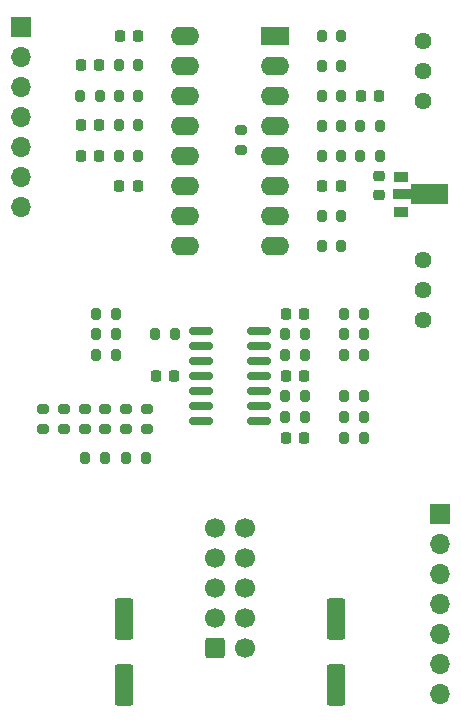
<source format=gbr>
%TF.GenerationSoftware,KiCad,Pcbnew,7.0.10*%
%TF.CreationDate,2024-02-20T22:03:50-06:00*%
%TF.ProjectId,3340_VCO,33333430-5f56-4434-9f2e-6b696361645f,rev?*%
%TF.SameCoordinates,Original*%
%TF.FileFunction,Soldermask,Top*%
%TF.FilePolarity,Negative*%
%FSLAX46Y46*%
G04 Gerber Fmt 4.6, Leading zero omitted, Abs format (unit mm)*
G04 Created by KiCad (PCBNEW 7.0.10) date 2024-02-20 22:03:50*
%MOMM*%
%LPD*%
G01*
G04 APERTURE LIST*
G04 Aperture macros list*
%AMRoundRect*
0 Rectangle with rounded corners*
0 $1 Rounding radius*
0 $2 $3 $4 $5 $6 $7 $8 $9 X,Y pos of 4 corners*
0 Add a 4 corners polygon primitive as box body*
4,1,4,$2,$3,$4,$5,$6,$7,$8,$9,$2,$3,0*
0 Add four circle primitives for the rounded corners*
1,1,$1+$1,$2,$3*
1,1,$1+$1,$4,$5*
1,1,$1+$1,$6,$7*
1,1,$1+$1,$8,$9*
0 Add four rect primitives between the rounded corners*
20,1,$1+$1,$2,$3,$4,$5,0*
20,1,$1+$1,$4,$5,$6,$7,0*
20,1,$1+$1,$6,$7,$8,$9,0*
20,1,$1+$1,$8,$9,$2,$3,0*%
%AMFreePoly0*
4,1,9,3.862500,-0.866500,0.737500,-0.866500,0.737500,-0.450000,-0.737500,-0.450000,-0.737500,0.450000,0.737500,0.450000,0.737500,0.866500,3.862500,0.866500,3.862500,-0.866500,3.862500,-0.866500,$1*%
G04 Aperture macros list end*
%ADD10RoundRect,0.200000X0.200000X0.275000X-0.200000X0.275000X-0.200000X-0.275000X0.200000X-0.275000X0*%
%ADD11RoundRect,0.200000X-0.200000X-0.275000X0.200000X-0.275000X0.200000X0.275000X-0.200000X0.275000X0*%
%ADD12RoundRect,0.250000X-0.550000X1.500000X-0.550000X-1.500000X0.550000X-1.500000X0.550000X1.500000X0*%
%ADD13RoundRect,0.200000X0.275000X-0.200000X0.275000X0.200000X-0.275000X0.200000X-0.275000X-0.200000X0*%
%ADD14RoundRect,0.225000X-0.225000X-0.250000X0.225000X-0.250000X0.225000X0.250000X-0.225000X0.250000X0*%
%ADD15RoundRect,0.150000X-0.825000X-0.150000X0.825000X-0.150000X0.825000X0.150000X-0.825000X0.150000X0*%
%ADD16RoundRect,0.225000X0.225000X0.250000X-0.225000X0.250000X-0.225000X-0.250000X0.225000X-0.250000X0*%
%ADD17R,1.700000X1.700000*%
%ADD18O,1.700000X1.700000*%
%ADD19RoundRect,0.200000X-0.275000X0.200000X-0.275000X-0.200000X0.275000X-0.200000X0.275000X0.200000X0*%
%ADD20RoundRect,0.225000X0.250000X-0.225000X0.250000X0.225000X-0.250000X0.225000X-0.250000X-0.225000X0*%
%ADD21R,1.300000X0.900000*%
%ADD22FreePoly0,0.000000*%
%ADD23C,1.440000*%
%ADD24RoundRect,0.250000X-0.600000X-0.600000X0.600000X-0.600000X0.600000X0.600000X-0.600000X0.600000X0*%
%ADD25C,1.700000*%
%ADD26R,2.400000X1.600000*%
%ADD27O,2.400000X1.600000*%
G04 APERTURE END LIST*
D10*
%TO.C,R25*%
X140875000Y-122700000D03*
X139225000Y-122700000D03*
%TD*%
D11*
%TO.C,R27*%
X139225000Y-120950000D03*
X140875000Y-120950000D03*
%TD*%
%TO.C,R18*%
X117275000Y-124400000D03*
X118925000Y-124400000D03*
%TD*%
D10*
%TO.C,R36*%
X119875000Y-115700000D03*
X118225000Y-115700000D03*
%TD*%
D12*
%TO.C,C11*%
X120550000Y-138050000D03*
X120550000Y-143650000D03*
%TD*%
D13*
%TO.C,R22*%
X117250000Y-121950000D03*
X117250000Y-120300000D03*
%TD*%
D11*
%TO.C,R20*%
X139225000Y-115700000D03*
X140875000Y-115700000D03*
%TD*%
D14*
%TO.C,C3*%
X116925000Y-91150000D03*
X118475000Y-91150000D03*
%TD*%
%TO.C,C1*%
X120200000Y-88650000D03*
X121750000Y-88650000D03*
%TD*%
D12*
%TO.C,C14*%
X138550000Y-138050000D03*
X138550000Y-143650000D03*
%TD*%
D11*
%TO.C,R12*%
X137325000Y-98850000D03*
X138975000Y-98850000D03*
%TD*%
D15*
%TO.C,U2*%
X127075000Y-113640000D03*
X127075000Y-114910000D03*
X127075000Y-116180000D03*
X127075000Y-117450000D03*
X127075000Y-118720000D03*
X127075000Y-119990000D03*
X127075000Y-121260000D03*
X132025000Y-121260000D03*
X132025000Y-119990000D03*
X132025000Y-118720000D03*
X132025000Y-117450000D03*
X132025000Y-116180000D03*
X132025000Y-114910000D03*
X132025000Y-113640000D03*
%TD*%
D10*
%TO.C,R14*%
X140875000Y-112200000D03*
X139225000Y-112200000D03*
%TD*%
D16*
%TO.C,C7*%
X138925000Y-101400000D03*
X137375000Y-101400000D03*
%TD*%
D10*
%TO.C,R10*%
X142225000Y-96350000D03*
X140575000Y-96350000D03*
%TD*%
D14*
%TO.C,C9*%
X123275000Y-117450000D03*
X124825000Y-117450000D03*
%TD*%
D11*
%TO.C,R30*%
X134225000Y-120950000D03*
X135875000Y-120950000D03*
%TD*%
D16*
%TO.C,C6*%
X118475000Y-98850000D03*
X116925000Y-98850000D03*
%TD*%
D17*
%TO.C,J11*%
X111850000Y-87950000D03*
D18*
X111850000Y-90490000D03*
X111850000Y-93030000D03*
X111850000Y-95570000D03*
X111850000Y-98110000D03*
X111850000Y-100650000D03*
X111850000Y-103190000D03*
%TD*%
D16*
%TO.C,C12*%
X135825000Y-117440000D03*
X134275000Y-117440000D03*
%TD*%
D10*
%TO.C,R13*%
X138975000Y-96350000D03*
X137325000Y-96350000D03*
%TD*%
%TO.C,R37*%
X124875000Y-113950000D03*
X123225000Y-113950000D03*
%TD*%
D19*
%TO.C,R28*%
X113750000Y-120300000D03*
X113750000Y-121950000D03*
%TD*%
%TO.C,R23*%
X119000000Y-120300000D03*
X119000000Y-121950000D03*
%TD*%
D11*
%TO.C,R29*%
X139225000Y-119200000D03*
X140875000Y-119200000D03*
%TD*%
%TO.C,R1*%
X137325000Y-88650000D03*
X138975000Y-88650000D03*
%TD*%
D14*
%TO.C,C8*%
X134275000Y-112200000D03*
X135825000Y-112200000D03*
%TD*%
D11*
%TO.C,R34*%
X137325000Y-103900000D03*
X138975000Y-103900000D03*
%TD*%
D19*
%TO.C,R31*%
X115500000Y-120300000D03*
X115500000Y-121950000D03*
%TD*%
D10*
%TO.C,R33*%
X119875000Y-113950000D03*
X118225000Y-113950000D03*
%TD*%
D17*
%TO.C,J12*%
X147300000Y-129150000D03*
D18*
X147300000Y-131690000D03*
X147300000Y-134230000D03*
X147300000Y-136770000D03*
X147300000Y-139310000D03*
X147300000Y-141850000D03*
X147300000Y-144390000D03*
%TD*%
D13*
%TO.C,R11*%
X130480000Y-98325000D03*
X130480000Y-96675000D03*
%TD*%
D11*
%TO.C,R15*%
X134225000Y-115700000D03*
X135875000Y-115700000D03*
%TD*%
%TO.C,R2*%
X116875000Y-93750000D03*
X118525000Y-93750000D03*
%TD*%
D14*
%TO.C,C5*%
X120175000Y-101350000D03*
X121725000Y-101350000D03*
%TD*%
D16*
%TO.C,C4*%
X142175000Y-93750000D03*
X140625000Y-93750000D03*
%TD*%
D10*
%TO.C,R24*%
X138975000Y-106450000D03*
X137325000Y-106450000D03*
%TD*%
D11*
%TO.C,R26*%
X134225000Y-119200000D03*
X135875000Y-119200000D03*
%TD*%
%TO.C,R4*%
X120125000Y-91150000D03*
X121775000Y-91150000D03*
%TD*%
D13*
%TO.C,R17*%
X120750000Y-121950000D03*
X120750000Y-120300000D03*
%TD*%
D19*
%TO.C,R19*%
X122500000Y-120300000D03*
X122500000Y-121950000D03*
%TD*%
D11*
%TO.C,R16*%
X139225000Y-113950000D03*
X140875000Y-113950000D03*
%TD*%
D20*
%TO.C,C13*%
X142140000Y-102135000D03*
X142140000Y-100585000D03*
%TD*%
D11*
%TO.C,R3*%
X137325000Y-91250000D03*
X138975000Y-91250000D03*
%TD*%
D10*
%TO.C,R9*%
X142225000Y-98850000D03*
X140575000Y-98850000D03*
%TD*%
D14*
%TO.C,C2*%
X116925000Y-96250000D03*
X118475000Y-96250000D03*
%TD*%
D10*
%TO.C,R35*%
X122425000Y-124400000D03*
X120775000Y-124400000D03*
%TD*%
D14*
%TO.C,C10*%
X134275000Y-122700000D03*
X135825000Y-122700000D03*
%TD*%
D10*
%TO.C,R8*%
X121775000Y-98850000D03*
X120125000Y-98850000D03*
%TD*%
D21*
%TO.C,U3*%
X144050000Y-100600000D03*
D22*
X144137500Y-102100000D03*
D21*
X144050000Y-103600000D03*
%TD*%
D11*
%TO.C,R6*%
X120125000Y-93750000D03*
X121775000Y-93750000D03*
%TD*%
%TO.C,R21*%
X134225000Y-113950000D03*
X135875000Y-113950000D03*
%TD*%
%TO.C,R32*%
X118225000Y-112200000D03*
X119875000Y-112200000D03*
%TD*%
D10*
%TO.C,R7*%
X121775000Y-96250000D03*
X120125000Y-96250000D03*
%TD*%
D11*
%TO.C,R5*%
X137325000Y-93750000D03*
X138975000Y-93750000D03*
%TD*%
D23*
%TO.C,RV7*%
X145850000Y-107650000D03*
X145850000Y-110190000D03*
X145850000Y-112730000D03*
%TD*%
D24*
%TO.C,J7*%
X128310000Y-140550000D03*
D25*
X130850000Y-140550000D03*
X128310000Y-138010000D03*
X130850000Y-138010000D03*
X128310000Y-135470000D03*
X130850000Y-135470000D03*
X128310000Y-132930000D03*
X130850000Y-132930000D03*
X128310000Y-130390000D03*
X130850000Y-130390000D03*
%TD*%
D26*
%TO.C,U1*%
X133350000Y-88675000D03*
D27*
X133350000Y-91215000D03*
X133350000Y-93755000D03*
X133350000Y-96295000D03*
X133350000Y-98835000D03*
X133350000Y-101375000D03*
X133350000Y-103915000D03*
X133350000Y-106455000D03*
X125730000Y-106455000D03*
X125730000Y-103915000D03*
X125730000Y-101375000D03*
X125730000Y-98835000D03*
X125730000Y-96295000D03*
X125730000Y-93755000D03*
X125730000Y-91215000D03*
X125730000Y-88675000D03*
%TD*%
D23*
%TO.C,RV1*%
X145850000Y-89150000D03*
X145850000Y-91690000D03*
X145850000Y-94230000D03*
%TD*%
M02*

</source>
